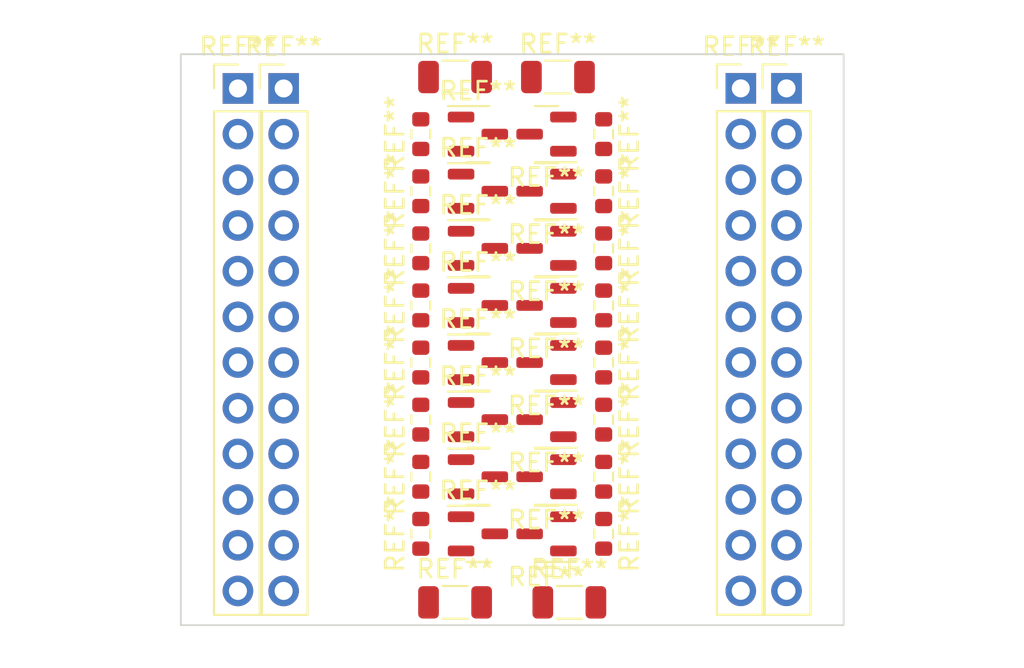
<source format=kicad_pcb>
(kicad_pcb (version 20221018) (generator pcbnew)
  (layers (0 "F.Cu" signal) (31 "B.Cu" signal) (34 "B.Paste" user) (35 "F.Paste" user) (36 "B.SilkS" user "B.Silkscreen") (37 "F.SilkS" user "F.Silkscreen") (38 "B.Mask" user) (39 "F.Mask" user) (44 "Edge.Cuts" user))
  (net 0 "")
  (footprint "Package_TO_SOT_SMD:SOT-23" (layer "F.Cu") (at 33.02 30.67)
    (fp_text reference "REF**" (at 0 -2.4) (layer "F.SilkS"))
    (fp_text value "SOT-23")
    (fp_line (start 0 -1.56) (end -1.675 -1.56) (stroke (width 0.12)) (layer "F.SilkS"))
    (fp_line (start 0 -1.56) (end 0.65 -1.56) (stroke (width 0.12)) (layer "F.SilkS"))
    (fp_line (start 0 1.56) (end -0.65 1.56) (stroke (width 0.12)) (layer "F.SilkS"))
    (fp_line (start 0 1.56) (end 0.65 1.56) (stroke (width 0.12)) (layer "F.SilkS"))
    (pad "1" smd roundrect (at -0.9375 -0.95) (size 1.475 0.6) (layers "F.Cu" "F.Paste" "F.Mask"))
    (pad "2" smd roundrect (at -0.9375 0.95) (size 1.475 0.6) (layers "F.Cu" "F.Paste" "F.Mask"))
    (pad "3" smd roundrect (at 0.9375 0) (size 1.475 0.6) (layers "F.Cu" "F.Paste" "F.Mask"))
  )
  (footprint "Package_TO_SOT_SMD:SOT-23" (layer "F.Cu") (at 36.83 37.02 180)
    (fp_text reference "REF**" (at 0 -2.4) (layer "F.SilkS"))
    (fp_text value "SOT-23")
    (fp_line (start 0 -1.56) (end -1.675 -1.56) (stroke (width 0.12)) (layer "F.SilkS"))
    (fp_line (start 0 -1.56) (end 0.65 -1.56) (stroke (width 0.12)) (layer "F.SilkS"))
    (fp_line (start 0 1.56) (end -0.65 1.56) (stroke (width 0.12)) (layer "F.SilkS"))
    (fp_line (start 0 1.56) (end 0.65 1.56) (stroke (width 0.12)) (layer "F.SilkS"))
    (pad "1" smd roundrect (at -0.9375 -0.95 180) (size 1.475 0.6) (layers "F.Cu" "F.Paste" "F.Mask"))
    (pad "2" smd roundrect (at -0.9375 0.95 180) (size 1.475 0.6) (layers "F.Cu" "F.Paste" "F.Mask"))
    (pad "3" smd roundrect (at 0.9375 0 180) (size 1.475 0.6) (layers "F.Cu" "F.Paste" "F.Mask"))
  )
  (footprint "Package_TO_SOT_SMD:SOT-23" (layer "F.Cu") (at 33.02 43.37)
    (fp_text reference "REF**" (at 0 -2.4) (layer "F.SilkS"))
    (fp_text value "SOT-23")
    (fp_line (start 0 -1.56) (end -1.675 -1.56) (stroke (width 0.12)) (layer "F.SilkS"))
    (fp_line (start 0 -1.56) (end 0.65 -1.56) (stroke (width 0.12)) (layer "F.SilkS"))
    (fp_line (start 0 1.56) (end -0.65 1.56) (stroke (width 0.12)) (layer "F.SilkS"))
    (fp_line (start 0 1.56) (end 0.65 1.56) (stroke (width 0.12)) (layer "F.SilkS"))
    (pad "1" smd roundrect (at -0.9375 -0.95) (size 1.475 0.6) (layers "F.Cu" "F.Paste" "F.Mask"))
    (pad "2" smd roundrect (at -0.9375 0.95) (size 1.475 0.6) (layers "F.Cu" "F.Paste" "F.Mask"))
    (pad "3" smd roundrect (at 0.9375 0) (size 1.475 0.6) (layers "F.Cu" "F.Paste" "F.Mask"))
  )
  (footprint "Package_TO_SOT_SMD:SOT-23" (layer "F.Cu") (at 36.83 33.845 180)
    (fp_text reference "REF**" (at 0 -2.4) (layer "F.SilkS"))
    (fp_text value "SOT-23")
    (fp_line (start 0 -1.56) (end -1.675 -1.56) (stroke (width 0.12)) (layer "F.SilkS"))
    (fp_line (start 0 -1.56) (end 0.65 -1.56) (stroke (width 0.12)) (layer "F.SilkS"))
    (fp_line (start 0 1.56) (end -0.65 1.56) (stroke (width 0.12)) (layer "F.SilkS"))
    (fp_line (start 0 1.56) (end 0.65 1.56) (stroke (width 0.12)) (layer "F.SilkS"))
    (pad "1" smd roundrect (at -0.9375 -0.95 180) (size 1.475 0.6) (layers "F.Cu" "F.Paste" "F.Mask"))
    (pad "2" smd roundrect (at -0.9375 0.95 180) (size 1.475 0.6) (layers "F.Cu" "F.Paste" "F.Mask"))
    (pad "3" smd roundrect (at 0.9375 0 180) (size 1.475 0.6) (layers "F.Cu" "F.Paste" "F.Mask"))
  )
  (footprint "Package_TO_SOT_SMD:SOT-23" (layer "F.Cu") (at 33.02 24.32)
    (fp_text reference "REF**" (at 0 -2.4) (layer "F.SilkS"))
    (fp_text value "SOT-23")
    (fp_line (start 0 -1.56) (end -1.675 -1.56) (stroke (width 0.12)) (layer "F.SilkS"))
    (fp_line (start 0 -1.56) (end 0.65 -1.56) (stroke (width 0.12)) (layer "F.SilkS"))
    (fp_line (start 0 1.56) (end -0.65 1.56) (stroke (width 0.12)) (layer "F.SilkS"))
    (fp_line (start 0 1.56) (end 0.65 1.56) (stroke (width 0.12)) (layer "F.SilkS"))
    (pad "1" smd roundrect (at -0.9375 -0.95) (size 1.475 0.6) (layers "F.Cu" "F.Paste" "F.Mask"))
    (pad "2" smd roundrect (at -0.9375 0.95) (size 1.475 0.6) (layers "F.Cu" "F.Paste" "F.Mask"))
    (pad "3" smd roundrect (at 0.9375 0) (size 1.475 0.6) (layers "F.Cu" "F.Paste" "F.Mask"))
  )
  (footprint "Resistor_SMD:R_0603_1608Metric" (layer "F.Cu") (at 40.005 43.37 -90)
    (fp_text reference "REF**" (at 0 -1.43 90) (layer "F.SilkS"))
    (fp_text value "R_0603_1608Metric")
    (fp_line (start -0.237258 -0.5225) (end 0.237258 -0.5225) (stroke (width 0.12)) (layer "F.SilkS"))
    (fp_line (start -0.237258 0.5225) (end 0.237258 0.5225) (stroke (width 0.12)) (layer "F.SilkS"))
    (pad "1" smd roundrect (at -0.825 0 270) (size 0.8 0.95) (layers "F.Cu" "F.Paste" "F.Mask"))
    (pad "2" smd roundrect (at 0.825 0 270) (size 0.8 0.95) (layers "F.Cu" "F.Paste" "F.Mask"))
  )
  (footprint "Package_TO_SOT_SMD:SOT-23" (layer "F.Cu") (at 36.83 30.67 180)
    (fp_text reference "REF**" (at 0 -2.4) (layer "F.SilkS"))
    (fp_text value "SOT-23")
    (fp_line (start 0 -1.56) (end -1.675 -1.56) (stroke (width 0.12)) (layer "F.SilkS"))
    (fp_line (start 0 -1.56) (end 0.65 -1.56) (stroke (width 0.12)) (layer "F.SilkS"))
    (fp_line (start 0 1.56) (end -0.65 1.56) (stroke (width 0.12)) (layer "F.SilkS"))
    (fp_line (start 0 1.56) (end 0.65 1.56) (stroke (width 0.12)) (layer "F.SilkS"))
    (pad "1" smd roundrect (at -0.9375 -0.95 180) (size 1.475 0.6) (layers "F.Cu" "F.Paste" "F.Mask"))
    (pad "2" smd roundrect (at -0.9375 0.95 180) (size 1.475 0.6) (layers "F.Cu" "F.Paste" "F.Mask"))
    (pad "3" smd roundrect (at 0.9375 0 180) (size 1.475 0.6) (layers "F.Cu" "F.Paste" "F.Mask"))
  )
  (footprint "Capacitor_SMD:C_1206_3216Metric" (layer "F.Cu") (at 31.75 17.97)
    (fp_text reference "REF**" (at 0 -1.85) (layer "F.SilkS"))
    (fp_text value "C_1206_3216Metric")
    (fp_line (start -0.711252 -0.91) (end 0.711252 -0.91) (stroke (width 0.12)) (layer "F.SilkS"))
    (fp_line (start -0.711252 0.91) (end 0.711252 0.91) (stroke (width 0.12)) (layer "F.SilkS"))
    (pad "1" smd roundrect (at -1.475 0) (size 1.15 1.8) (layers "F.Cu" "F.Paste" "F.Mask") (roundrect_rratio 0.217391))
    (pad "2" smd roundrect (at 1.475 0) (size 1.15 1.8) (layers "F.Cu" "F.Paste" "F.Mask") (roundrect_rratio 0.217391))
  )
  (footprint "Resistor_SMD:R_0603_1608Metric" (layer "F.Cu") (at 29.845 33.845 90)
    (fp_text reference "REF**" (at 0 -1.43 90) (layer "F.SilkS"))
    (fp_text value "R_0603_1608Metric")
    (fp_line (start -0.237258 -0.5225) (end 0.237258 -0.5225) (stroke (width 0.12)) (layer "F.SilkS"))
    (fp_line (start -0.237258 0.5225) (end 0.237258 0.5225) (stroke (width 0.12)) (layer "F.SilkS"))
    (pad "1" smd roundrect (at -0.825 0 90) (size 0.8 0.95) (layers "F.Cu" "F.Paste" "F.Mask"))
    (pad "2" smd roundrect (at 0.825 0 90) (size 0.8 0.95) (layers "F.Cu" "F.Paste" "F.Mask"))
  )
  (footprint "Resistor_SMD:R_0603_1608Metric" (layer "F.Cu") (at 40.005 37.02 -90)
    (fp_text reference "REF**" (at 0 -1.43 90) (layer "F.SilkS"))
    (fp_text value "R_0603_1608Metric")
    (fp_line (start -0.237258 -0.5225) (end 0.237258 -0.5225) (stroke (width 0.12)) (layer "F.SilkS"))
    (fp_line (start -0.237258 0.5225) (end 0.237258 0.5225) (stroke (width 0.12)) (layer "F.SilkS"))
    (pad "1" smd roundrect (at -0.825 0 270) (size 0.8 0.95) (layers "F.Cu" "F.Paste" "F.Mask"))
    (pad "2" smd roundrect (at 0.825 0 270) (size 0.8 0.95) (layers "F.Cu" "F.Paste" "F.Mask"))
  )
  (footprint "Resistor_SMD:R_0603_1608Metric" (layer "F.Cu") (at 29.845 21.145 90)
    (fp_text reference "REF**" (at 0 -1.43 90) (layer "F.SilkS"))
    (fp_text value "R_0603_1608Metric")
    (fp_line (start -0.237258 -0.5225) (end 0.237258 -0.5225) (stroke (width 0.12)) (layer "F.SilkS"))
    (fp_line (start -0.237258 0.5225) (end 0.237258 0.5225) (stroke (width 0.12)) (layer "F.SilkS"))
    (pad "1" smd roundrect (at -0.825 0 90) (size 0.8 0.95) (layers "F.Cu" "F.Paste" "F.Mask"))
    (pad "2" smd roundrect (at 0.825 0 90) (size 0.8 0.95) (layers "F.Cu" "F.Paste" "F.Mask"))
  )
  (footprint "Resistor_SMD:R_0603_1608Metric" (layer "F.Cu") (at 29.845 27.495 90)
    (fp_text reference "REF**" (at 0 -1.43 90) (layer "F.SilkS"))
    (fp_text value "R_0603_1608Metric")
    (fp_line (start -0.237258 -0.5225) (end 0.237258 -0.5225) (stroke (width 0.12)) (layer "F.SilkS"))
    (fp_line (start -0.237258 0.5225) (end 0.237258 0.5225) (stroke (width 0.12)) (layer "F.SilkS"))
    (pad "1" smd roundrect (at -0.825 0 90) (size 0.8 0.95) (layers "F.Cu" "F.Paste" "F.Mask"))
    (pad "2" smd roundrect (at 0.825 0 90) (size 0.8 0.95) (layers "F.Cu" "F.Paste" "F.Mask"))
  )
  (footprint "Capacitor_SMD:C_1206_3216Metric" (layer "F.Cu") (at 31.75 47.18)
    (fp_text reference "REF**" (at 0 -1.85) (layer "F.SilkS"))
    (fp_text value "C_1206_3216Metric")
    (fp_line (start -0.711252 -0.91) (end 0.711252 -0.91) (stroke (width 0.12)) (layer "F.SilkS"))
    (fp_line (start -0.711252 0.91) (end 0.711252 0.91) (stroke (width 0.12)) (layer "F.SilkS"))
    (pad "1" smd roundrect (at -1.475 0) (size 1.15 1.8) (layers "F.Cu" "F.Paste" "F.Mask") (roundrect_rratio 0.217391))
    (pad "2" smd roundrect (at 1.475 0) (size 1.15 1.8) (layers "F.Cu" "F.Paste" "F.Mask") (roundrect_rratio 0.217391))
  )
  (footprint "Resistor_SMD:R_0603_1608Metric" (layer "F.Cu") (at 29.845 43.37 90)
    (fp_text reference "REF**" (at 0 -1.43 90) (layer "F.SilkS"))
    (fp_text value "R_0603_1608Metric")
    (fp_line (start -0.237258 -0.5225) (end 0.237258 -0.5225) (stroke (width 0.12)) (layer "F.SilkS"))
    (fp_line (start -0.237258 0.5225) (end 0.237258 0.5225) (stroke (width 0.12)) (layer "F.SilkS"))
    (pad "1" smd roundrect (at -0.825 0 90) (size 0.8 0.95) (layers "F.Cu" "F.Paste" "F.Mask"))
    (pad "2" smd roundrect (at 0.825 0 90) (size 0.8 0.95) (layers "F.Cu" "F.Paste" "F.Mask"))
  )
  (footprint "Connector_PinHeader_2.54mm:PinHeader_1x12_P2.54mm_Vertical" (layer "F.Cu") (at 22.225 18.605)
    (fp_text reference "REF**" (at 0 -2.33) (layer "F.SilkS"))
    (fp_text value "PinHeader_1x12_P2.54mm_Vertical")
    (fp_line (start -1.33 -1.33) (end 0 -1.33) (stroke (width 0.12)) (layer "F.SilkS"))
    (fp_line (start -1.33 0) (end -1.33 -1.33) (stroke (width 0.12)) (layer "F.SilkS"))
    (fp_line (start -1.33 1.27) (end -1.33 29.27) (stroke (width 0.12)) (layer "F.SilkS"))
    (fp_line (start -1.33 1.27) (end 1.33 1.27) (stroke (width 0.12)) (layer "F.SilkS"))
    (fp_line (start -1.33 29.27) (end 1.33 29.27) (stroke (width 0.12)) (layer "F.SilkS"))
    (fp_line (start 1.33 1.27) (end 1.33 29.27) (stroke (width 0.12)) (layer "F.SilkS"))
    (pad "1" thru_hole rect (at 0 0) (size 1.7 1.7) (drill 1) (layers "*.Cu" "*.Mask"))
    (pad "2" thru_hole oval (at 0 2.54) (size 1.7 1.7) (drill 1) (layers "*.Cu" "*.Mask"))
    (pad "3" thru_hole oval (at 0 5.08) (size 1.7 1.7) (drill 1) (layers "*.Cu" "*.Mask"))
    (pad "4" thru_hole oval (at 0 7.62) (size 1.7 1.7) (drill 1) (layers "*.Cu" "*.Mask"))
    (pad "5" thru_hole oval (at 0 10.16) (size 1.7 1.7) (drill 1) (layers "*.Cu" "*.Mask"))
    (pad "6" thru_hole oval (at 0 12.7) (size 1.7 1.7) (drill 1) (layers "*.Cu" "*.Mask"))
    (pad "7" thru_hole oval (at 0 15.24) (size 1.7 1.7) (drill 1) (layers "*.Cu" "*.Mask"))
    (pad "8" thru_hole oval (at 0 17.78) (size 1.7 1.7) (drill 1) (layers "*.Cu" "*.Mask"))
    (pad "9" thru_hole oval (at 0 20.32) (size 1.7 1.7) (drill 1) (layers "*.Cu" "*.Mask"))
    (pad "10" thru_hole oval (at 0 22.86) (size 1.7 1.7) (drill 1) (layers "*.Cu" "*.Mask"))
    (pad "11" thru_hole oval (at 0 25.4) (size 1.7 1.7) (drill 1) (layers "*.Cu" "*.Mask"))
    (pad "12" thru_hole oval (at 0 27.94) (size 1.7 1.7) (drill 1) (layers "*.Cu" "*.Mask"))
  )
  (footprint "Resistor_SMD:R_0603_1608Metric" (layer "F.Cu") (at 29.845 37.02 90)
    (fp_text reference "REF**" (at 0 -1.43 90) (layer "F.SilkS"))
    (fp_text value "R_0603_1608Metric")
    (fp_line (start -0.237258 -0.5225) (end 0.237258 -0.5225) (stroke (width 0.12)) (layer "F.SilkS"))
    (fp_line (start -0.237258 0.5225) (end 0.237258 0.5225) (stroke (width 0.12)) (layer "F.SilkS"))
    (pad "1" smd roundrect (at -0.825 0 90) (size 0.8 0.95) (layers "F.Cu" "F.Paste" "F.Mask"))
    (pad "2" smd roundrect (at 0.825 0 90) (size 0.8 0.95) (layers "F.Cu" "F.Paste" "F.Mask"))
  )
  (footprint "Resistor_SMD:R_0603_1608Metric" (layer "F.Cu") (at 40.005 40.195 -90)
    (fp_text reference "REF**" (at 0 -1.43 90) (layer "F.SilkS"))
    (fp_text value "R_0603_1608Metric")
    (fp_line (start -0.237258 -0.5225) (end 0.237258 -0.5225) (stroke (width 0.12)) (layer "F.SilkS"))
    (fp_line (start -0.237258 0.5225) (end 0.237258 0.5225) (stroke (width 0.12)) (layer "F.SilkS"))
    (pad "1" smd roundrect (at -0.825 0 270) (size 0.8 0.95) (layers "F.Cu" "F.Paste" "F.Mask"))
    (pad "2" smd roundrect (at 0.825 0 270) (size 0.8 0.95) (layers "F.Cu" "F.Paste" "F.Mask"))
  )
  (footprint "Package_TO_SOT_SMD:SOT-23" (layer "F.Cu") (at 36.83 43.37 180)
    (fp_text reference "REF**" (at 0 -2.4) (layer "F.SilkS"))
    (fp_text value "SOT-23")
    (fp_line (start 0 -1.56) (end -1.675 -1.56) (stroke (width 0.12)) (layer "F.SilkS"))
    (fp_line (start 0 -1.56) (end 0.65 -1.56) (stroke (width 0.12)) (layer "F.SilkS"))
    (fp_line (start 0 1.56) (end -0.65 1.56) (stroke (width 0.12)) (layer "F.SilkS"))
    (fp_line (start 0 1.56) (end 0.65 1.56) (stroke (width 0.12)) (layer "F.SilkS"))
    (pad "1" smd roundrect (at -0.9375 -0.95 180) (size 1.475 0.6) (layers "F.Cu" "F.Paste" "F.Mask"))
    (pad "2" smd roundrect (at -0.9375 0.95 180) (size 1.475 0.6) (layers "F.Cu" "F.Paste" "F.Mask"))
    (pad "3" smd roundrect (at 0.9375 0 180) (size 1.475 0.6) (layers "F.Cu" "F.Paste" "F.Mask"))
  )
  (footprint "Package_TO_SOT_SMD:SOT-23" (layer "F.Cu") (at 36.83 21.145 180)
    (fp_text reference "REF**" (at 0 -2.4) (layer "F.SilkS"))
    (fp_text value "SOT-23")
    (fp_line (start 0 -1.56) (end -1.675 -1.56) (stroke (width 0.12)) (layer "F.SilkS"))
    (fp_line (start 0 -1.56) (end 0.65 -1.56) (stroke (width 0.12)) (layer "F.SilkS"))
    (fp_line (start 0 1.56) (end -0.65 1.56) (stroke (width 0.12)) (layer "F.SilkS"))
    (fp_line (start 0 1.56) (end 0.65 1.56) (stroke (width 0.12)) (layer "F.SilkS"))
    (pad "1" smd roundrect (at -0.9375 -0.95 180) (size 1.475 0.6) (layers "F.Cu" "F.Paste" "F.Mask"))
    (pad "2" smd roundrect (at -0.9375 0.95 180) (size 1.475 0.6) (layers "F.Cu" "F.Paste" "F.Mask"))
    (pad "3" smd roundrect (at 0.9375 0 180) (size 1.475 0.6) (layers "F.Cu" "F.Paste" "F.Mask"))
  )
  (footprint "Capacitor_SMD:C_1206_3216Metric" (layer "F.Cu") (at 38.1 47.18)
    (fp_text reference "REF**" (at 0 -1.85) (layer "F.SilkS"))
    (fp_text value "C_1206_3216Metric")
    (fp_line (start -0.711252 -0.91) (end 0.711252 -0.91) (stroke (width 0.12)) (layer "F.SilkS"))
    (fp_line (start -0.711252 0.91) (end 0.711252 0.91) (stroke (width 0.12)) (layer "F.SilkS"))
    (pad "1" smd roundrect (at -1.475 0) (size 1.15 1.8) (layers "F.Cu" "F.Paste" "F.Mask") (roundrect_rratio 0.217391))
    (pad "2" smd roundrect (at 1.475 0) (size 1.15 1.8) (layers "F.Cu" "F.Paste" "F.Mask") (roundrect_rratio 0.217391))
  )
  (footprint "Resistor_SMD:R_0603_1608Metric" (layer "F.Cu") (at 40.005 30.67 -90)
    (fp_text reference "REF**" (at 0 -1.43 90) (layer "F.SilkS"))
    (fp_text value "R_0603_1608Metric")
    (fp_line (start -0.237258 -0.5225) (end 0.237258 -0.5225) (stroke (width 0.12)) (layer "F.SilkS"))
    (fp_line (start -0.237258 0.5225) (end 0.237258 0.5225) (stroke (width 0.12)) (layer "F.SilkS"))
    (pad "1" smd roundrect (at -0.825 0 270) (size 0.8 0.95) (layers "F.Cu" "F.Paste" "F.Mask"))
    (pad "2" smd roundrect (at 0.825 0 270) (size 0.8 0.95) (layers "F.Cu" "F.Paste" "F.Mask"))
  )
  (footprint "Resistor_SMD:R_0603_1608Metric" (layer "F.Cu") (at 29.845 24.32 90)
    (fp_text reference "REF**" (at 0 -1.43 90) (layer "F.SilkS"))
    (fp_text value "R_0603_1608Metric")
    (fp_line (start -0.237258 -0.5225) (end 0.237258 -0.5225) (stroke (width 0.12)) (layer "F.SilkS"))
    (fp_line (start -0.237258 0.5225) (end 0.237258 0.5225) (stroke (width 0.12)) (layer "F.SilkS"))
    (pad "1" smd roundrect (at -0.825 0 90) (size 0.8 0.95) (layers "F.Cu" "F.Paste" "F.Mask"))
    (pad "2" smd roundrect (at 0.825 0 90) (size 0.8 0.95) (layers "F.Cu" "F.Paste" "F.Mask"))
  )
  (footprint "Package_TO_SOT_SMD:SOT-23" (layer "F.Cu") (at 33.02 27.495)
    (fp_text reference "REF**" (at 0 -2.4) (layer "F.SilkS"))
    (fp_text value "SOT-23")
    (fp_line (start 0 -1.56) (end -1.675 -1.56) (stroke (width 0.12)) (layer "F.SilkS"))
    (fp_line (start 0 -1.56) (end 0.65 -1.56) (stroke (width 0.12)) (layer "F.SilkS"))
    (fp_line (start 0 1.56) (end -0.65 1.56) (stroke (width 0.12)) (layer "F.SilkS"))
    (fp_line (start 0 1.56) (end 0.65 1.56) (stroke (width 0.12)) (layer "F.SilkS"))
    (pad "1" smd roundrect (at -0.9375 -0.95) (size 1.475 0.6) (layers "F.Cu" "F.Paste" "F.Mask"))
    (pad "2" smd roundrect (at -0.9375 0.95) (size 1.475 0.6) (layers "F.Cu" "F.Paste" "F.Mask"))
    (pad "3" smd roundrect (at 0.9375 0) (size 1.475 0.6) (layers "F.Cu" "F.Paste" "F.Mask"))
  )
  (footprint "Package_TO_SOT_SMD:SOT-23" (layer "F.Cu") (at 36.83 24.32 180)
    (fp_text reference "REF**" (at 0 -2.4) (layer "F.SilkS"))
    (fp_text value "SOT-23")
    (fp_line (start 0 -1.56) (end -1.675 -1.56) (stroke (width 0.12)) (layer "F.SilkS"))
    (fp_line (start 0 -1.56) (end 0.65 -1.56) (stroke (width 0.12)) (layer "F.SilkS"))
    (fp_line (start 0 1.56) (end -0.65 1.56) (stroke (width 0.12)) (layer "F.SilkS"))
    (fp_line (start 0 1.56) (end 0.65 1.56) (stroke (width 0.12)) (layer "F.SilkS"))
    (pad "1" smd roundrect (at -0.9375 -0.95 180) (size 1.475 0.6) (layers "F.Cu" "F.Paste" "F.Mask"))
    (pad "2" smd roundrect (at -0.9375 0.95 180) (size 1.475 0.6) (layers "F.Cu" "F.Paste" "F.Mask"))
    (pad "3" smd roundrect (at 0.9375 0 180) (size 1.475 0.6) (layers "F.Cu" "F.Paste" "F.Mask"))
  )
  (footprint "Package_TO_SOT_SMD:SOT-23" (layer "F.Cu") (at 33.02 33.845)
    (fp_text reference "REF**" (at 0 -2.4) (layer "F.SilkS"))
    (fp_text value "SOT-23")
    (fp_line (start 0 -1.56) (end -1.675 -1.56) (stroke (width 0.12)) (layer "F.SilkS"))
    (fp_line (start 0 -1.56) (end 0.65 -1.56) (stroke (width 0.12)) (layer "F.SilkS"))
    (fp_line (start 0 1.56) (end -0.65 1.56) (stroke (width 0.12)) (layer "F.SilkS"))
    (fp_line (start 0 1.56) (end 0.65 1.56) (stroke (width 0.12)) (layer "F.SilkS"))
    (pad "1" smd roundrect (at -0.9375 -0.95) (size 1.475 0.6) (layers "F.Cu" "F.Paste" "F.Mask"))
    (pad "2" smd roundrect (at -0.9375 0.95) (size 1.475 0.6) (layers "F.Cu" "F.Paste" "F.Mask"))
    (pad "3" smd roundrect (at 0.9375 0) (size 1.475 0.6) (layers "F.Cu" "F.Paste" "F.Mask"))
  )
  (footprint "Capacitor_SMD:C_1206_3216Metric" (layer "F.Cu") (at 37.465 17.97)
    (fp_text reference "REF**" (at 0 -1.85) (layer "F.SilkS"))
    (fp_text value "C_1206_3216Metric")
    (fp_line (start -0.711252 -0.91) (end 0.711252 -0.91) (stroke (width 0.12)) (layer "F.SilkS"))
    (fp_line (start -0.711252 0.91) (end 0.711252 0.91) (stroke (width 0.12)) (layer "F.SilkS"))
    (pad "1" smd roundrect (at -1.475 0) (size 1.15 1.8) (layers "F.Cu" "F.Paste" "F.Mask") (roundrect_rratio 0.217391))
    (pad "2" smd roundrect (at 1.475 0) (size 1.15 1.8) (layers "F.Cu" "F.Paste" "F.Mask") (roundrect_rratio 0.217391))
  )
  (footprint "Package_TO_SOT_SMD:SOT-23" (layer "F.Cu") (at 36.83 40.195 180)
    (fp_text reference "REF**" (at 0 -2.4) (layer "F.SilkS"))
    (fp_text value "SOT-23")
    (fp_line (start 0 -1.56) (end -1.675 -1.56) (stroke (width 0.12)) (layer "F.SilkS"))
    (fp_line (start 0 -1.56) (end 0.65 -1.56) (stroke (width 0.12)) (layer "F.SilkS"))
    (fp_line (start 0 1.56) (end -0.65 1.56) (stroke (width 0.12)) (layer "F.SilkS"))
    (fp_line (start 0 1.56) (end 0.65 1.56) (stroke (width 0.12)) (layer "F.SilkS"))
    (pad "1" smd roundrect (at -0.9375 -0.95 180) (size 1.475 0.6) (layers "F.Cu" "F.Paste" "F.Mask"))
    (pad "2" smd roundrect (at -0.9375 0.95 180) (size 1.475 0.6) (layers "F.Cu" "F.Paste" "F.Mask"))
    (pad "3" smd roundrect (at 0.9375 0 180) (size 1.475 0.6) (layers "F.Cu" "F.Paste" "F.Mask"))
  )
  (footprint "Resistor_SMD:R_0603_1608Metric" (layer "F.Cu") (at 29.845 30.67 90)
    (fp_text reference "REF**" (at 0 -1.43 90) (layer "F.SilkS"))
    (fp_text value "R_0603_1608Metric")
    (fp_line (start -0.237258 -0.5225) (end 0.237258 -0.5225) (stroke (width 0.12)) (layer "F.SilkS"))
    (fp_line (start -0.237258 0.5225) (end 0.237258 0.5225) (stroke (width 0.12)) (layer "F.SilkS"))
    (pad "1" smd roundrect (at -0.825 0 90) (size 0.8 0.95) (layers "F.Cu" "F.Paste" "F.Mask"))
    (pad "2" smd roundrect (at 0.825 0 90) (size 0.8 0.95) (layers "F.Cu" "F.Paste" "F.Mask"))
  )
  (footprint "Package_TO_SOT_SMD:SOT-23" (layer "F.Cu") (at 33.02 40.195)
    (fp_text reference "REF**" (at 0 -2.4) (layer "F.SilkS"))
    (fp_text value "SOT-23")
    (fp_line (start 0 -1.56) (end -1.675 -1.56) (stroke (width 0.12)) (layer "F.SilkS"))
    (fp_line (start 0 -1.56) (end 0.65 -1.56) (stroke (width 0.12)) (layer "F.SilkS"))
    (fp_line (start 0 1.56) (end -0.65 1.56) (stroke (width 0.12)) (layer "F.SilkS"))
    (fp_line (start 0 1.56) (end 0.65 1.56) (stroke (width 0.12)) (layer "F.SilkS"))
    (pad "1" smd roundrect (at -0.9375 -0.95) (size 1.475 0.6) (layers "F.Cu" "F.Paste" "F.Mask"))
    (pad "2" smd roundrect (at -0.9375 0.95) (size 1.475 0.6) (layers "F.Cu" "F.Paste" "F.Mask"))
    (pad "3" smd roundrect (at 0.9375 0) (size 1.475 0.6) (layers "F.Cu" "F.Paste" "F.Mask"))
  )
  (footprint "Package_TO_SOT_SMD:SOT-23" (layer "F.Cu") (at 36.83 27.495 180)
    (fp_text reference "REF**" (at 0 -2.4) (layer "F.SilkS"))
    (fp_text value "SOT-23")
    (fp_line (start 0 -1.56) (end -1.675 -1.56) (stroke (width 0.12)) (layer "F.SilkS"))
    (fp_line (start 0 -1.56) (end 0.65 -1.56) (stroke (width 0.12)) (layer "F.SilkS"))
    (fp_line (start 0 1.56) (end -0.65 1.56) (stroke (width 0.12)) (layer "F.SilkS"))
    (fp_line (start 0 1.56) (end 0.65 1.56) (stroke (width 0.12)) (layer "F.SilkS"))
    (pad "1" smd roundrect (at -0.9375 -0.95 180) (size 1.475 0.6) (layers "F.Cu" "F.Paste" "F.Mask"))
    (pad "2" smd roundrect (at -0.9375 0.95 180) (size 1.475 0.6) (layers "F.Cu" "F.Paste" "F.Mask"))
    (pad "3" smd roundrect (at 0.9375 0 180) (size 1.475 0.6) (layers "F.Cu" "F.Paste" "F.Mask"))
  )
  (footprint "Package_TO_SOT_SMD:SOT-23" (layer "F.Cu") (at 33.02 21.145)
    (fp_text reference "REF**" (at 0 -2.4) (layer "F.SilkS"))
    (fp_text value "SOT-23")
    (fp_line (start 0 -1.56) (end -1.675 -1.56) (stroke (width 0.12)) (layer "F.SilkS"))
    (fp_line (start 0 -1.56) (end 0.65 -1.56) (stroke (width 0.12)) (layer "F.SilkS"))
    (fp_line (start 0 1.56) (end -0.65 1.56) (stroke (width 0.12)) (layer "F.SilkS"))
    (fp_line (start 0 1.56) (end 0.65 1.56) (stroke (width 0.12)) (layer "F.SilkS"))
    (pad "1" smd roundrect (at -0.9375 -0.95) (size 1.475 0.6) (layers "F.Cu" "F.Paste" "F.Mask"))
    (pad "2" smd roundrect (at -0.9375 0.95) (size 1.475 0.6) (layers "F.Cu" "F.Paste" "F.Mask"))
    (pad "3" smd roundrect (at 0.9375 0) (size 1.475 0.6) (layers "F.Cu" "F.Paste" "F.Mask"))
  )
  (footprint "Connector_PinHeader_2.54mm:PinHeader_1x12_P2.54mm_Vertical" (layer "F.Cu") (at 19.685 18.605)
    (fp_text reference "REF**" (at 0 -2.33) (layer "F.SilkS"))
    (fp_text value "PinHeader_1x12_P2.54mm_Vertical")
    (fp_line (start -1.33 -1.33) (end 0 -1.33) (stroke (width 0.12)) (layer "F.SilkS"))
    (fp_line (start -1.33 0) (end -1.33 -1.33) (stroke (width 0.12)) (layer "F.SilkS"))
    (fp_line (start -1.33 1.27) (end -1.33 29.27) (stroke (width 0.12)) (layer "F.SilkS"))
    (fp_line (start -1.33 1.27) (end 1.33 1.27) (stroke (width 0.12)) (layer "F.SilkS"))
    (fp_line (start -1.33 29.27) (end 1.33 29.27) (stroke (width 0.12)) (layer "F.SilkS"))
    (fp_line (start 1.33 1.27) (end 1.33 29.27) (stroke (width 0.12)) (layer "F.SilkS"))
    (pad "1" thru_hole rect (at 0 0) (size 1.7 1.7) (drill 1) (layers "*.Cu" "*.Mask"))
    (pad "2" thru_hole oval (at 0 2.54) (size 1.7 1.7) (drill 1) (layers "*.Cu" "*.Mask"))
    (pad "3" thru_hole oval (at 0 5.08) (size 1.7 1.7) (drill 1) (layers "*.Cu" "*.Mask"))
    (pad "4" thru_hole oval (at 0 7.62) (size 1.7 1.7) (drill 1) (layers "*.Cu" "*.Mask"))
    (pad "5" thru_hole oval (at 0 10.16) (size 1.7 1.7) (drill 1) (layers "*.Cu" "*.Mask"))
    (pad "6" thru_hole oval (at 0 12.7) (size 1.7 1.7) (drill 1) (layers "*.Cu" "*.Mask"))
    (pad "7" thru_hole oval (at 0 15.24) (size 1.7 1.7) (drill 1) (layers "*.Cu" "*.Mask"))
    (pad "8" thru_hole oval (at 0 17.78) (size 1.7 1.7) (drill 1) (layers "*.Cu" "*.Mask"))
    (pad "9" thru_hole oval (at 0 20.32) (size 1.7 1.7) (drill 1) (layers "*.Cu" "*.Mask"))
    (pad "10" thru_hole oval (at 0 22.86) (size 1.7 1.7) (drill 1) (layers "*.Cu" "*.Mask"))
    (pad "11" thru_hole oval (at 0 25.4) (size 1.7 1.7) (drill 1) (layers "*.Cu" "*.Mask"))
    (pad "12" thru_hole oval (at 0 27.94) (size 1.7 1.7) (drill 1) (layers "*.Cu" "*.Mask"))
  )
  (footprint "Resistor_SMD:R_0603_1608Metric" (layer "F.Cu") (at 40.005 27.495 -90)
    (fp_text reference "REF**" (at 0 -1.43 90) (layer "F.SilkS"))
    (fp_text value "R_0603_1608Metric")
    (fp_line (start -0.237258 -0.5225) (end 0.237258 -0.5225) (stroke (width 0.12)) (layer "F.SilkS"))
    (fp_line (start -0.237258 0.5225) (end 0.237258 0.5225) (stroke (width 0.12)) (layer "F.SilkS"))
    (pad "1" smd roundrect (at -0.825 0 270) (size 0.8 0.95) (layers "F.Cu" "F.Paste" "F.Mask"))
    (pad "2" smd roundrect (at 0.825 0 270) (size 0.8 0.95) (layers "F.Cu" "F.Paste" "F.Mask"))
  )
  (footprint "Resistor_SMD:R_0603_1608Metric" (layer "F.Cu") (at 29.845 40.195 90)
    (fp_text reference "REF**" (at 0 -1.43 90) (layer "F.SilkS"))
    (fp_text value "R_0603_1608Metric")
    (fp_line (start -0.237258 -0.5225) (end 0.237258 -0.5225) (stroke (width 0.12)) (layer "F.SilkS"))
    (fp_line (start -0.237258 0.5225) (end 0.237258 0.5225) (stroke (width 0.12)) (layer "F.SilkS"))
    (pad "1" smd roundrect (at -0.825 0 90) (size 0.8 0.95) (layers "F.Cu" "F.Paste" "F.Mask"))
    (pad "2" smd roundrect (at 0.825 0 90) (size 0.8 0.95) (layers "F.Cu" "F.Paste" "F.Mask"))
  )
  (footprint "Connector_PinHeader_2.54mm:PinHeader_1x12_P2.54mm_Vertical" (layer "F.Cu") (at 50.165 18.6)
    (fp_text reference "REF**" (at 0 -2.33) (layer "F.SilkS"))
    (fp_text value "PinHeader_1x12_P2.54mm_Vertical")
    (fp_line (start -1.33 -1.33) (end 0 -1.33) (stroke (width 0.12)) (layer "F.SilkS"))
    (fp_line (start -1.33 0) (end -1.33 -1.33) (stroke (width 0.12)) (layer "F.SilkS"))
    (fp_line (start -1.33 1.27) (end -1.33 29.27) (stroke (width 0.12)) (layer "F.SilkS"))
    (fp_line (start -1.33 1.27) (end 1.33 1.27) (stroke (width 0.12)) (layer "F.SilkS"))
    (fp_line (start -1.33 29.27) (end 1.33 29.27) (stroke (width 0.12)) (layer "F.SilkS"))
    (fp_line (start 1.33 1.27) (end 1.33 29.27) (stroke (width 0.12)) (layer "F.SilkS"))
    (pad "1" thru_hole rect (at 0 0) (size 1.7 1.7) (drill 1) (layers "*.Cu" "*.Mask"))
    (pad "2" thru_hole oval (at 0 2.54) (size 1.7 1.7) (drill 1) (layers "*.Cu" "*.Mask"))
    (pad "3" thru_hole oval (at 0 5.08) (size 1.7 1.7) (drill 1) (layers "*.Cu" "*.Mask"))
    (pad "4" thru_hole oval (at 0 7.62) (size 1.7 1.7) (drill 1) (layers "*.Cu" "*.Mask"))
    (pad "5" thru_hole oval (at 0 10.16) (size 1.7 1.7) (drill 1) (layers "*.Cu" "*.Mask"))
    (pad "6" thru_hole oval (at 0 12.7) (size 1.7 1.7) (drill 1) (layers "*.Cu" "*.Mask"))
    (pad "7" thru_hole oval (at 0 15.24) (size 1.7 1.7) (drill 1) (layers "*.Cu" "*.Mask"))
    (pad "8" thru_hole oval (at 0 17.78) (size 1.7 1.7) (drill 1) (layers "*.Cu" "*.Mask"))
    (pad "9" thru_hole oval (at 0 20.32) (size 1.7 1.7) (drill 1) (layers "*.Cu" "*.Mask"))
    (pad "10" thru_hole oval (at 0 22.86) (size 1.7 1.7) (drill 1) (layers "*.Cu" "*.Mask"))
    (pad "11" thru_hole oval (at 0 25.4) (size 1.7 1.7) (drill 1) (layers "*.Cu" "*.Mask"))
    (pad "12" thru_hole oval (at 0 27.94) (size 1.7 1.7) (drill 1) (layers "*.Cu" "*.Mask"))
  )
  (footprint "Connector_PinHeader_2.54mm:PinHeader_1x12_P2.54mm_Vertical" (layer "F.Cu") (at 47.625 18.6)
    (fp_text reference "REF**" (at 0 -2.33) (layer "F.SilkS"))
    (fp_text value "PinHeader_1x12_P2.54mm_Vertical")
    (fp_line (start -1.33 -1.33) (end 0 -1.33) (stroke (width 0.12)) (layer "F.SilkS"))
    (fp_line (start -1.33 0) (end -1.33 -1.33) (stroke (width 0.12)) (layer "F.SilkS"))
    (fp_line (start -1.33 1.27) (end -1.33 29.27) (stroke (width 0.12)) (layer "F.SilkS"))
    (fp_line (start -1.33 1.27) (end 1.33 1.27) (stroke (width 0.12)) (layer "F.SilkS"))
    (fp_line (start -1.33 29.27) (end 1.33 29.27) (stroke (width 0.12)) (layer "F.SilkS"))
    (fp_line (start 1.33 1.27) (end 1.33 29.27) (stroke (width 0.12)) (layer "F.SilkS"))
    (pad "1" thru_hole rect (at 0 0) (size 1.7 1.7) (drill 1) (layers "*.Cu" "*.Mask"))
    (pad "2" thru_hole oval (at 0 2.54) (size 1.7 1.7) (drill 1) (layers "*.Cu" "*.Mask"))
    (pad "3" thru_hole oval (at 0 5.08) (size 1.7 1.7) (drill 1) (layers "*.Cu" "*.Mask"))
    (pad "4" thru_hole oval (at 0 7.62) (size 1.7 1.7) (drill 1) (layers "*.Cu" "*.Mask"))
    (pad "5" thru_hole oval (at 0 10.16) (size 1.7 1.7) (drill 1) (layers "*.Cu" "*.Mask"))
    (pad "6" thru_hole oval (at 0 12.7) (size 1.7 1.7) (drill 1) (layers "*.Cu" "*.Mask"))
    (pad "7" thru_hole oval (at 0 15.24) (size 1.7 1.7) (drill 1) (layers "*.Cu" "*.Mask"))
    (pad "8" thru_hole oval (at 0 17.78) (size 1.7 1.7) (drill 1) (layers "*.Cu" "*.Mask"))
    (pad "9" thru_hole oval (at 0 20.32) (size 1.7 1.7) (drill 1) (layers "*.Cu" "*.Mask"))
    (pad "10" thru_hole oval (at 0 22.86) (size 1.7 1.7) (drill 1) (layers "*.Cu" "*.Mask"))
    (pad "11" thru_hole oval (at 0 25.4) (size 1.7 1.7) (drill 1) (layers "*.Cu" "*.Mask"))
    (pad "12" thru_hole oval (at 0 27.94) (size 1.7 1.7) (drill 1) (layers "*.Cu" "*.Mask"))
  )
  (footprint "Resistor_SMD:R_0603_1608Metric" (layer "F.Cu") (at 40.005 24.32 -90)
    (fp_text reference "REF**" (at 0 -1.43 90) (layer "F.SilkS"))
    (fp_text value "R_0603_1608Metric")
    (fp_line (start -0.237258 -0.5225) (end 0.237258 -0.5225) (stroke (width 0.12)) (layer "F.SilkS"))
    (fp_line (start -0.237258 0.5225) (end 0.237258 0.5225) (stroke (width 0.12)) (layer "F.SilkS"))
    (pad "1" smd roundrect (at -0.825 0 270) (size 0.8 0.95) (layers "F.Cu" "F.Paste" "F.Mask"))
    (pad "2" smd roundrect (at 0.825 0 270) (size 0.8 0.95) (layers "F.Cu" "F.Paste" "F.Mask"))
  )
  (footprint "Resistor_SMD:R_0603_1608Metric" (layer "F.Cu") (at 40.005 21.145 -90)
    (fp_text reference "REF**" (at 0 -1.43 90) (layer "F.SilkS"))
    (fp_text value "R_0603_1608Metric")
    (fp_line (start -0.237258 -0.5225) (end 0.237258 -0.5225) (stroke (width 0.12)) (layer "F.SilkS"))
    (fp_line (start -0.237258 0.5225) (end 0.237258 0.5225) (stroke (width 0.12)) (layer "F.SilkS"))
    (pad "1" smd roundrect (at -0.825 0 270) (size 0.8 0.95) (layers "F.Cu" "F.Paste" "F.Mask"))
    (pad "2" smd roundrect (at 0.825 0 270) (size 0.8 0.95) (layers "F.Cu" "F.Paste" "F.Mask"))
  )
  (footprint "Package_TO_SOT_SMD:SOT-23" (layer "F.Cu") (at 33.02 37.02)
    (fp_text reference "REF**" (at 0 -2.4) (layer "F.SilkS"))
    (fp_text value "SOT-23")
    (fp_line (start 0 -1.56) (end -1.675 -1.56) (stroke (width 0.12)) (layer "F.SilkS"))
    (fp_line (start 0 -1.56) (end 0.65 -1.56) (stroke (width 0.12)) (layer "F.SilkS"))
    (fp_line (start 0 1.56) (end -0.65 1.56) (stroke (width 0.12)) (layer "F.SilkS"))
    (fp_line (start 0 1.56) (end 0.65 1.56) (stroke (width 0.12)) (layer "F.SilkS"))
    (pad "1" smd roundrect (at -0.9375 -0.95) (size 1.475 0.6) (layers "F.Cu" "F.Paste" "F.Mask"))
    (pad "2" smd roundrect (at -0.9375 0.95) (size 1.475 0.6) (layers "F.Cu" "F.Paste" "F.Mask"))
    (pad "3" smd roundrect (at 0.9375 0) (size 1.475 0.6) (layers "F.Cu" "F.Paste" "F.Mask"))
  )
  (footprint "Resistor_SMD:R_0603_1608Metric" (layer "F.Cu") (at 40.005 33.845 -90)
    (fp_text reference "REF**" (at 0 -1.43 90) (layer "F.SilkS"))
    (fp_text value "R_0603_1608Metric")
    (fp_line (start -0.237258 -0.5225) (end 0.237258 -0.5225) (stroke (width 0.12)) (layer "F.SilkS"))
    (fp_line (start -0.237258 0.5225) (end 0.237258 0.5225) (stroke (width 0.12)) (layer "F.SilkS"))
    (pad "1" smd roundrect (at -0.825 0 270) (size 0.8 0.95) (layers "F.Cu" "F.Paste" "F.Mask"))
    (pad "2" smd roundrect (at 0.825 0 270) (size 0.8 0.95) (layers "F.Cu" "F.Paste" "F.Mask"))
  )
  (gr_rect (start 16.51 16.7) (end 53.34 48.45) (stroke (width 0.1)) (fill none) (layer "Edge.Cuts"))
)
</source>
